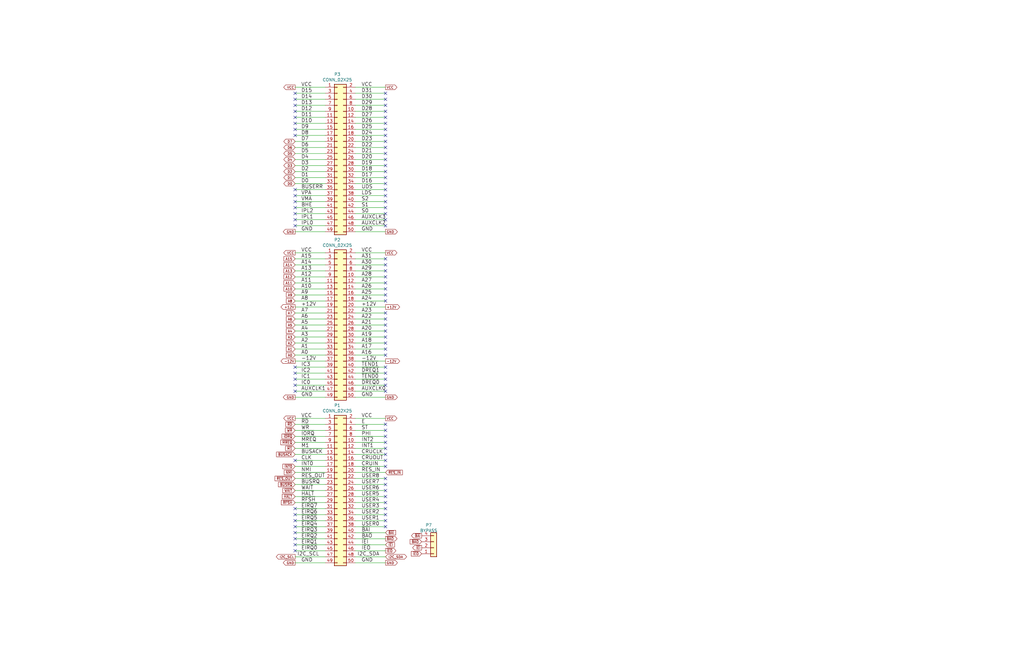
<source format=kicad_sch>
(kicad_sch (version 20211123) (generator eeschema)
  (paper "B")
  (lib_symbols
    (symbol "Connector_Generic:Conn_01x04" (pin_names (offset 1.016) hide)
      (property "Reference" "J" (at 0 5.08 0))
      (property "Value" "Conn_01x04" (at 0 -7.62 0))
      (symbol "Conn_01x04_1_1"
        (rectangle (start -1.27 -4.953) (end 0 -5.207) (stroke (width 0.1524)))
        (rectangle (start -1.27 -2.413) (end 0 -2.667) (stroke (width 0.1524)))
        (rectangle (start -1.27 0.127) (end 0 -0.127) (stroke (width 0.1524)))
        (rectangle (start -1.27 2.667) (end 0 2.413) (stroke (width 0.1524)))
        (rectangle (start -1.27 3.81) (end 1.27 -6.35) (stroke (width 0.254)) (fill (type background)))
        (pin passive line (at -5.08 2.54 0) (length 3.81) (name "Pin_1") (number "1"))
        (pin passive line (at -5.08 0 0) (length 3.81) (name "Pin_2") (number "2"))
        (pin passive line (at -5.08 -2.54 0) (length 3.81) (name "Pin_3") (number "3"))
        (pin passive line (at -5.08 -5.08 0) (length 3.81) (name "Pin_4") (number "4"))
      )
    )
    (symbol "Connector_Generic:Conn_02x25_Odd_Even" (pin_names (offset 1.016) hide)
      (property "Reference" "J" (at 1.27 33.02 0))
      (property "Value" "Conn_02x25_Odd_Even" (at 1.27 -33.02 0))
      (symbol "Conn_02x25_Odd_Even_1_1"
        (rectangle (start -1.27 -30.353) (end 0 -30.607) (stroke (width 0.1524)))
        (rectangle (start -1.27 -27.813) (end 0 -28.067) (stroke (width 0.1524)))
        (rectangle (start -1.27 -25.273) (end 0 -25.527) (stroke (width 0.1524)))
        (rectangle (start -1.27 -22.733) (end 0 -22.987) (stroke (width 0.1524)))
        (rectangle (start -1.27 -20.193) (end 0 -20.447) (stroke (width 0.1524)))
        (rectangle (start -1.27 -17.653) (end 0 -17.907) (stroke (width 0.1524)))
        (rectangle (start -1.27 -15.113) (end 0 -15.367) (stroke (width 0.1524)))
        (rectangle (start -1.27 -12.573) (end 0 -12.827) (stroke (width 0.1524)))
        (rectangle (start -1.27 -10.033) (end 0 -10.287) (stroke (width 0.1524)))
        (rectangle (start -1.27 -7.493) (end 0 -7.747) (stroke (width 0.1524)))
        (rectangle (start -1.27 -4.953) (end 0 -5.207) (stroke (width 0.1524)))
        (rectangle (start -1.27 -2.413) (end 0 -2.667) (stroke (width 0.1524)))
        (rectangle (start -1.27 0.127) (end 0 -0.127) (stroke (width 0.1524)))
        (rectangle (start -1.27 2.667) (end 0 2.413) (stroke (width 0.1524)))
        (rectangle (start -1.27 5.207) (end 0 4.953) (stroke (width 0.1524)))
        (rectangle (start -1.27 7.747) (end 0 7.493) (stroke (width 0.1524)))
        (rectangle (start -1.27 10.287) (end 0 10.033) (stroke (width 0.1524)))
        (rectangle (start -1.27 12.827) (end 0 12.573) (stroke (width 0.1524)))
        (rectangle (start -1.27 15.367) (end 0 15.113) (stroke (width 0.1524)))
        (rectangle (start -1.27 17.907) (end 0 17.653) (stroke (width 0.1524)))
        (rectangle (start -1.27 20.447) (end 0 20.193) (stroke (width 0.1524)))
        (rectangle (start -1.27 22.987) (end 0 22.733) (stroke (width 0.1524)))
        (rectangle (start -1.27 25.527) (end 0 25.273) (stroke (width 0.1524)))
        (rectangle (start -1.27 28.067) (end 0 27.813) (stroke (width 0.1524)))
        (rectangle (start -1.27 30.607) (end 0 30.353) (stroke (width 0.1524)))
        (rectangle (start -1.27 31.75) (end 3.81 -31.75) (stroke (width 0.254)) (fill (type background)))
        (rectangle (start 3.81 -30.353) (end 2.54 -30.607) (stroke (width 0.1524)))
        (rectangle (start 3.81 -27.813) (end 2.54 -28.067) (stroke (width 0.1524)))
        (rectangle (start 3.81 -25.273) (end 2.54 -25.527) (stroke (width 0.1524)))
        (rectangle (start 3.81 -22.733) (end 2.54 -22.987) (stroke (width 0.1524)))
        (rectangle (start 3.81 -20.193) (end 2.54 -20.447) (stroke (width 0.1524)))
        (rectangle (start 3.81 -17.653) (end 2.54 -17.907) (stroke (width 0.1524)))
        (rectangle (start 3.81 -15.113) (end 2.54 -15.367) (stroke (width 0.1524)))
        (rectangle (start 3.81 -12.573) (end 2.54 -12.827) (stroke (width 0.1524)))
        (rectangle (start 3.81 -10.033) (end 2.54 -10.287) (stroke (width 0.1524)))
        (rectangle (start 3.81 -7.493) (end 2.54 -7.747) (stroke (width 0.1524)))
        (rectangle (start 3.81 -4.953) (end 2.54 -5.207) (stroke (width 0.1524)))
        (rectangle (start 3.81 -2.413) (end 2.54 -2.667) (stroke (width 0.1524)))
        (rectangle (start 3.81 0.127) (end 2.54 -0.127) (stroke (width 0.1524)))
        (rectangle (start 3.81 2.667) (end 2.54 2.413) (stroke (width 0.1524)))
        (rectangle (start 3.81 5.207) (end 2.54 4.953) (stroke (width 0.1524)))
        (rectangle (start 3.81 7.747) (end 2.54 7.493) (stroke (width 0.1524)))
        (rectangle (start 3.81 10.287) (end 2.54 10.033) (stroke (width 0.1524)))
        (rectangle (start 3.81 12.827) (end 2.54 12.573) (stroke (width 0.1524)))
        (rectangle (start 3.81 15.367) (end 2.54 15.113) (stroke (width 0.1524)))
        (rectangle (start 3.81 17.907) (end 2.54 17.653) (stroke (width 0.1524)))
        (rectangle (start 3.81 20.447) (end 2.54 20.193) (stroke (width 0.1524)))
        (rectangle (start 3.81 22.987) (end 2.54 22.733) (stroke (width 0.1524)))
        (rectangle (start 3.81 25.527) (end 2.54 25.273) (stroke (width 0.1524)))
        (rectangle (start 3.81 28.067) (end 2.54 27.813) (stroke (width 0.1524)))
        (rectangle (start 3.81 30.607) (end 2.54 30.353) (stroke (width 0.1524)))
        (pin passive line (at -5.08 30.48 0) (length 3.81) (name "Pin_1") (number "1"))
        (pin passive line (at 7.62 20.32 180) (length 3.81) (name "Pin_10") (number "10"))
        (pin passive line (at -5.08 17.78 0) (length 3.81) (name "Pin_11") (number "11"))
        (pin passive line (at 7.62 17.78 180) (length 3.81) (name "Pin_12") (number "12"))
        (pin passive line (at -5.08 15.24 0) (length 3.81) (name "Pin_13") (number "13"))
        (pin passive line (at 7.62 15.24 180) (length 3.81) (name "Pin_14") (number "14"))
        (pin passive line (at -5.08 12.7 0) (length 3.81) (name "Pin_15") (number "15"))
        (pin passive line (at 7.62 12.7 180) (length 3.81) (name "Pin_16") (number "16"))
        (pin passive line (at -5.08 10.16 0) (length 3.81) (name "Pin_17") (number "17"))
        (pin passive line (at 7.62 10.16 180) (length 3.81) (name "Pin_18") (number "18"))
        (pin passive line (at -5.08 7.62 0) (length 3.81) (name "Pin_19") (number "19"))
        (pin passive line (at 7.62 30.48 180) (length 3.81) (name "Pin_2") (number "2"))
        (pin passive line (at 7.62 7.62 180) (length 3.81) (name "Pin_20") (number "20"))
        (pin passive line (at -5.08 5.08 0) (length 3.81) (name "Pin_21") (number "21"))
        (pin passive line (at 7.62 5.08 180) (length 3.81) (name "Pin_22") (number "22"))
        (pin passive line (at -5.08 2.54 0) (length 3.81) (name "Pin_23") (number "23"))
        (pin passive line (at 7.62 2.54 180) (length 3.81) (name "Pin_24") (number "24"))
        (pin passive line (at -5.08 0 0) (length 3.81) (name "Pin_25") (number "25"))
        (pin passive line (at 7.62 0 180) (length 3.81) (name "Pin_26") (number "26"))
        (pin passive line (at -5.08 -2.54 0) (length 3.81) (name "Pin_27") (number "27"))
        (pin passive line (at 7.62 -2.54 180) (length 3.81) (name "Pin_28") (number "28"))
        (pin passive line (at -5.08 -5.08 0) (length 3.81) (name "Pin_29") (number "29"))
        (pin passive line (at -5.08 27.94 0) (length 3.81) (name "Pin_3") (number "3"))
        (pin passive line (at 7.62 -5.08 180) (length 3.81) (name "Pin_30") (number "30"))
        (pin passive line (at -5.08 -7.62 0) (length 3.81) (name "Pin_31") (number "31"))
        (pin passive line (at 7.62 -7.62 180) (length 3.81) (name "Pin_32") (number "32"))
        (pin passive line (at -5.08 -10.16 0) (length 3.81) (name "Pin_33") (number "33"))
        (pin passive line (at 7.62 -10.16 180) (length 3.81) (name "Pin_34") (number "34"))
        (pin passive line (at -5.08 -12.7 0) (length 3.81) (name "Pin_35") (number "35"))
        (pin passive line (at 7.62 -12.7 180) (length 3.81) (name "Pin_36") (number "36"))
        (pin passive line (at -5.08 -15.24 0) (length 3.81) (name "Pin_37") (number "37"))
        (pin passive line (at 7.62 -15.24 180) (length 3.81) (name "Pin_38") (number "38"))
        (pin passive line (at -5.08 -17.78 0) (length 3.81) (name "Pin_39") (number "39"))
        (pin passive line (at 7.62 27.94 180) (length 3.81) (name "Pin_4") (number "4"))
        (pin passive line (at 7.62 -17.78 180) (length 3.81) (name "Pin_40") (number "40"))
        (pin passive line (at -5.08 -20.32 0) (length 3.81) (name "Pin_41") (number "41"))
        (pin passive line (at 7.62 -20.32 180) (length 3.81) (name "Pin_42") (number "42"))
        (pin passive line (at -5.08 -22.86 0) (length 3.81) (name "Pin_43") (number "43"))
        (pin passive line (at 7.62 -22.86 180) (length 3.81) (name "Pin_44") (number "44"))
        (pin passive line (at -5.08 -25.4 0) (length 3.81) (name "Pin_45") (number "45"))
        (pin passive line (at 7.62 -25.4 180) (length 3.81) (name "Pin_46") (number "46"))
        (pin passive line (at -5.08 -27.94 0) (length 3.81) (name "Pin_47") (number "47"))
        (pin passive line (at 7.62 -27.94 180) (length 3.81) (name "Pin_48") (number "48"))
        (pin passive line (at -5.08 -30.48 0) (length 3.81) (name "Pin_49") (number "49"))
        (pin passive line (at -5.08 25.4 0) (length 3.81) (name "Pin_5") (number "5"))
        (pin passive line (at 7.62 -30.48 180) (length 3.81) (name "Pin_50") (number "50"))
        (pin passive line (at 7.62 25.4 180) (length 3.81) (name "Pin_6") (number "6"))
        (pin passive line (at -5.08 22.86 0) (length 3.81) (name "Pin_7") (number "7"))
        (pin passive line (at 7.62 22.86 180) (length 3.81) (name "Pin_8") (number "8"))
        (pin passive line (at -5.08 20.32 0) (length 3.81) (name "Pin_9") (number "9"))
      )
    )
  )
  (no_connect (at 162.56 165.1))
  (no_connect (at 124.46 157.48))
  (no_connect (at 162.56 184.15))
  (no_connect (at 162.56 157.48))
  (no_connect (at 124.46 222.25))
  (no_connect (at 162.56 201.93))
  (no_connect (at 162.56 67.31))
  (no_connect (at 162.56 149.86))
  (no_connect (at 162.56 109.22))
  (no_connect (at 162.56 57.15))
  (no_connect (at 162.56 87.63))
  (no_connect (at 124.46 229.87))
  (no_connect (at 162.56 39.37))
  (no_connect (at 124.46 87.63))
  (no_connect (at 124.46 154.94))
  (no_connect (at 162.56 124.46))
  (no_connect (at 124.46 92.71))
  (no_connect (at 162.56 59.69))
  (no_connect (at 124.46 90.17))
  (no_connect (at 162.56 147.32))
  (no_connect (at 162.56 142.24))
  (no_connect (at 124.46 227.33))
  (no_connect (at 124.46 44.45))
  (no_connect (at 162.56 217.17))
  (no_connect (at 162.56 222.25))
  (no_connect (at 162.56 46.99))
  (no_connect (at 162.56 52.07))
  (no_connect (at 124.46 39.37))
  (no_connect (at 162.56 80.01))
  (no_connect (at 162.56 186.69))
  (no_connect (at 162.56 181.61))
  (no_connect (at 124.46 85.09))
  (no_connect (at 162.56 162.56))
  (no_connect (at 124.46 162.56))
  (no_connect (at 124.46 52.07))
  (no_connect (at 162.56 114.3))
  (no_connect (at 162.56 179.07))
  (no_connect (at 162.56 74.93))
  (no_connect (at 162.56 207.01))
  (no_connect (at 124.46 80.01))
  (no_connect (at 162.56 62.23))
  (no_connect (at 162.56 196.85))
  (no_connect (at 124.46 165.1))
  (no_connect (at 162.56 72.39))
  (no_connect (at 162.56 127))
  (no_connect (at 162.56 116.84))
  (no_connect (at 162.56 95.25))
  (no_connect (at 124.46 214.63))
  (no_connect (at 162.56 134.62))
  (no_connect (at 124.46 49.53))
  (no_connect (at 124.46 217.17))
  (no_connect (at 162.56 144.78))
  (no_connect (at 162.56 204.47))
  (no_connect (at 162.56 209.55))
  (no_connect (at 162.56 132.08))
  (no_connect (at 162.56 77.47))
  (no_connect (at 124.46 194.31))
  (no_connect (at 162.56 154.94))
  (no_connect (at 162.56 194.31))
  (no_connect (at 162.56 160.02))
  (no_connect (at 162.56 92.71))
  (no_connect (at 124.46 95.25))
  (no_connect (at 162.56 191.77))
  (no_connect (at 162.56 111.76))
  (no_connect (at 162.56 137.16))
  (no_connect (at 162.56 69.85))
  (no_connect (at 124.46 46.99))
  (no_connect (at 162.56 90.17))
  (no_connect (at 162.56 212.09))
  (no_connect (at 124.46 57.15))
  (no_connect (at 162.56 85.09))
  (no_connect (at 162.56 41.91))
  (no_connect (at 124.46 224.79))
  (no_connect (at 162.56 49.53))
  (no_connect (at 162.56 139.7))
  (no_connect (at 162.56 64.77))
  (no_connect (at 162.56 54.61))
  (no_connect (at 162.56 82.55))
  (no_connect (at 124.46 219.71))
  (no_connect (at 162.56 219.71))
  (no_connect (at 124.46 160.02))
  (no_connect (at 124.46 82.55))
  (no_connect (at 124.46 41.91))
  (no_connect (at 162.56 214.63))
  (no_connect (at 162.56 189.23))
  (no_connect (at 162.56 121.92))
  (no_connect (at 162.56 44.45))
  (no_connect (at 124.46 232.41))
  (no_connect (at 124.46 54.61))
  (no_connect (at 162.56 119.38))
  (wire (pts (xy 149.86 222.25) (xy 162.56 222.25)))
  (wire (pts (xy 124.46 222.25) (xy 137.16 222.25)))
  (wire (pts (xy 149.86 74.93) (xy 162.56 74.93)))
  (wire (pts (xy 124.46 52.07) (xy 137.16 52.07)))
  (wire (pts (xy 124.46 207.01) (xy 137.16 207.01)))
  (wire (pts (xy 149.86 204.47) (xy 162.56 204.47)))
  (wire (pts (xy 124.46 134.62) (xy 137.16 134.62)))
  (wire (pts (xy 124.46 46.99) (xy 137.16 46.99)))
  (wire (pts (xy 149.86 95.25) (xy 162.56 95.25)))
  (wire (pts (xy 162.56 191.77) (xy 149.86 191.77)))
  (wire (pts (xy 149.86 199.39) (xy 162.56 199.39)))
  (wire (pts (xy 149.86 207.01) (xy 162.56 207.01)))
  (wire (pts (xy 149.86 54.61) (xy 162.56 54.61)))
  (wire (pts (xy 124.46 237.49) (xy 137.16 237.49)))
  (wire (pts (xy 149.86 97.79) (xy 162.56 97.79)))
  (wire (pts (xy 124.46 64.77) (xy 137.16 64.77)))
  (wire (pts (xy 149.86 82.55) (xy 162.56 82.55)))
  (wire (pts (xy 149.86 139.7) (xy 162.56 139.7)))
  (wire (pts (xy 124.46 149.86) (xy 137.16 149.86)))
  (wire (pts (xy 137.16 157.48) (xy 124.46 157.48)))
  (wire (pts (xy 149.86 134.62) (xy 162.56 134.62)))
  (wire (pts (xy 137.16 82.55) (xy 124.46 82.55)))
  (wire (pts (xy 124.46 201.93) (xy 137.16 201.93)))
  (wire (pts (xy 149.86 77.47) (xy 162.56 77.47)))
  (wire (pts (xy 149.86 209.55) (xy 162.56 209.55)))
  (wire (pts (xy 124.46 72.39) (xy 137.16 72.39)))
  (wire (pts (xy 149.86 167.64) (xy 162.56 167.64)))
  (wire (pts (xy 124.46 147.32) (xy 137.16 147.32)))
  (wire (pts (xy 124.46 114.3) (xy 137.16 114.3)))
  (wire (pts (xy 124.46 224.79) (xy 137.16 224.79)))
  (wire (pts (xy 162.56 181.61) (xy 149.86 181.61)))
  (wire (pts (xy 124.46 132.08) (xy 137.16 132.08)))
  (wire (pts (xy 149.86 142.24) (xy 162.56 142.24)))
  (wire (pts (xy 149.86 121.92) (xy 162.56 121.92)))
  (wire (pts (xy 124.46 49.53) (xy 137.16 49.53)))
  (wire (pts (xy 124.46 196.85) (xy 137.16 196.85)))
  (wire (pts (xy 149.86 64.77) (xy 162.56 64.77)))
  (wire (pts (xy 162.56 92.71) (xy 149.86 92.71)))
  (wire (pts (xy 149.86 111.76) (xy 162.56 111.76)))
  (wire (pts (xy 124.46 39.37) (xy 137.16 39.37)))
  (wire (pts (xy 124.46 109.22) (xy 137.16 109.22)))
  (wire (pts (xy 124.46 41.91) (xy 137.16 41.91)))
  (wire (pts (xy 149.86 41.91) (xy 162.56 41.91)))
  (wire (pts (xy 124.46 57.15) (xy 137.16 57.15)))
  (wire (pts (xy 149.86 127) (xy 162.56 127)))
  (wire (pts (xy 149.86 144.78) (xy 162.56 144.78)))
  (wire (pts (xy 124.46 74.93) (xy 137.16 74.93)))
  (wire (pts (xy 124.46 189.23) (xy 137.16 189.23)))
  (wire (pts (xy 124.46 62.23) (xy 137.16 62.23)))
  (wire (pts (xy 124.46 59.69) (xy 137.16 59.69)))
  (wire (pts (xy 124.46 219.71) (xy 137.16 219.71)))
  (wire (pts (xy 149.86 201.93) (xy 162.56 201.93)))
  (wire (pts (xy 149.86 57.15) (xy 162.56 57.15)))
  (wire (pts (xy 149.86 85.09) (xy 162.56 85.09)))
  (wire (pts (xy 149.86 59.69) (xy 162.56 59.69)))
  (wire (pts (xy 149.86 217.17) (xy 162.56 217.17)))
  (wire (pts (xy 149.86 80.01) (xy 162.56 80.01)))
  (wire (pts (xy 137.16 87.63) (xy 124.46 87.63)))
  (wire (pts (xy 124.46 119.38) (xy 137.16 119.38)))
  (wire (pts (xy 149.86 67.31) (xy 162.56 67.31)))
  (wire (pts (xy 124.46 44.45) (xy 137.16 44.45)))
  (wire (pts (xy 149.86 194.31) (xy 162.56 194.31)))
  (wire (pts (xy 149.86 176.53) (xy 162.56 176.53)))
  (wire (pts (xy 149.86 154.94) (xy 162.56 154.94)))
  (wire (pts (xy 124.46 191.77) (xy 137.16 191.77)))
  (wire (pts (xy 149.86 219.71) (xy 162.56 219.71)))
  (wire (pts (xy 124.46 199.39) (xy 137.16 199.39)))
  (wire (pts (xy 124.46 176.53) (xy 137.16 176.53)))
  (wire (pts (xy 162.56 232.41) (xy 149.86 232.41)))
  (wire (pts (xy 149.86 152.4) (xy 162.56 152.4)))
  (wire (pts (xy 149.86 132.08) (xy 162.56 132.08)))
  (wire (pts (xy 149.86 90.17) (xy 162.56 90.17)))
  (wire (pts (xy 124.46 209.55) (xy 137.16 209.55)))
  (wire (pts (xy 124.46 116.84) (xy 137.16 116.84)))
  (wire (pts (xy 124.46 142.24) (xy 137.16 142.24)))
  (wire (pts (xy 162.56 189.23) (xy 149.86 189.23)))
  (wire (pts (xy 149.86 106.68) (xy 162.56 106.68)))
  (wire (pts (xy 149.86 119.38) (xy 162.56 119.38)))
  (wire (pts (xy 124.46 184.15) (xy 137.16 184.15)))
  (wire (pts (xy 162.56 179.07) (xy 149.86 179.07)))
  (wire (pts (xy 124.46 167.64) (xy 137.16 167.64)))
  (wire (pts (xy 124.46 217.17) (xy 137.16 217.17)))
  (wire (pts (xy 149.86 44.45) (xy 162.56 44.45)))
  (wire (pts (xy 124.46 194.31) (xy 137.16 194.31)))
  (wire (pts (xy 149.86 147.32) (xy 162.56 147.32)))
  (wire (pts (xy 124.46 232.41) (xy 137.16 232.41)))
  (wire (pts (xy 124.46 179.07) (xy 137.16 179.07)))
  (wire (pts (xy 162.56 186.69) (xy 149.86 186.69)))
  (wire (pts (xy 149.86 162.56) (xy 162.56 162.56)))
  (wire (pts (xy 124.46 127) (xy 137.16 127)))
  (wire (pts (xy 124.46 227.33) (xy 137.16 227.33)))
  (wire (pts (xy 149.86 237.49) (xy 162.56 237.49)))
  (wire (pts (xy 149.86 62.23) (xy 162.56 62.23)))
  (wire (pts (xy 124.46 124.46) (xy 137.16 124.46)))
  (wire (pts (xy 149.86 46.99) (xy 162.56 46.99)))
  (wire (pts (xy 149.86 69.85) (xy 162.56 69.85)))
  (wire (pts (xy 149.86 149.86) (xy 162.56 149.86)))
  (wire (pts (xy 124.46 54.61) (xy 137.16 54.61)))
  (wire (pts (xy 149.86 160.02) (xy 162.56 160.02)))
  (wire (pts (xy 149.86 72.39) (xy 162.56 72.39)))
  (wire (pts (xy 149.86 87.63) (xy 162.56 87.63)))
  (wire (pts (xy 137.16 80.01) (xy 124.46 80.01)))
  (wire (pts (xy 137.16 154.94) (xy 124.46 154.94)))
  (wire (pts (xy 149.86 137.16) (xy 162.56 137.16)))
  (wire (pts (xy 149.86 36.83) (xy 162.56 36.83)))
  (wire (pts (xy 137.16 85.09) (xy 124.46 85.09)))
  (wire (pts (xy 149.86 196.85) (xy 162.56 196.85)))
  (wire (pts (xy 149.86 109.22) (xy 162.56 109.22)))
  (wire (pts (xy 162.56 229.87) (xy 149.86 229.87)))
  (wire (pts (xy 149.86 49.53) (xy 162.56 49.53)))
  (wire (pts (xy 124.46 121.92) (xy 137.16 121.92)))
  (wire (pts (xy 162.56 234.95) (xy 149.86 234.95)))
  (wire (pts (xy 149.86 129.54) (xy 162.56 129.54)))
  (wire (pts (xy 149.86 214.63) (xy 162.56 214.63)))
  (wire (pts (xy 162.56 227.33) (xy 149.86 227.33)))
  (wire (pts (xy 124.46 165.1) (xy 137.16 165.1)))
  (wire (pts (xy 124.46 69.85) (xy 137.16 69.85)))
  (wire (pts (xy 124.46 139.7) (xy 137.16 139.7)))
  (wire (pts (xy 124.46 106.68) (xy 137.16 106.68)))
  (wire (pts (xy 124.46 129.54) (xy 137.16 129.54)))
  (wire (pts (xy 124.46 186.69) (xy 137.16 186.69)))
  (wire (pts (xy 149.86 114.3) (xy 162.56 114.3)))
  (wire (pts (xy 124.46 212.09) (xy 137.16 212.09)))
  (wire (pts (xy 124.46 214.63) (xy 137.16 214.63)))
  (wire (pts (xy 124.46 152.4) (xy 137.16 152.4)))
  (wire (pts (xy 124.46 36.83) (xy 137.16 36.83)))
  (wire (pts (xy 124.46 144.78) (xy 137.16 144.78)))
  (wire (pts (xy 149.86 165.1) (xy 162.56 165.1)))
  (wire (pts (xy 124.46 97.79) (xy 137.16 97.79)))
  (wire (pts (xy 162.56 224.79) (xy 149.86 224.79)))
  (wire (pts (xy 137.16 95.25) (xy 124.46 95.25)))
  (wire (pts (xy 149.86 39.37) (xy 162.56 39.37)))
  (wire (pts (xy 124.46 229.87) (xy 137.16 229.87)))
  (wire (pts (xy 137.16 162.56) (xy 124.46 162.56)))
  (wire (pts (xy 162.56 184.15) (xy 149.86 184.15)))
  (wire (pts (xy 124.46 111.76) (xy 137.16 111.76)))
  (wire (pts (xy 149.86 124.46) (xy 162.56 124.46)))
  (wire (pts (xy 124.46 77.47) (xy 137.16 77.47)))
  (wire (pts (xy 124.46 137.16) (xy 137.16 137.16)))
  (wire (pts (xy 124.46 67.31) (xy 137.16 67.31)))
  (wire (pts (xy 137.16 234.95) (xy 124.46 234.95)))
  (wire (pts (xy 149.86 157.48) (xy 162.56 157.48)))
  (wire (pts (xy 137.16 90.17) (xy 124.46 90.17)))
  (wire (pts (xy 149.86 212.09) (xy 162.56 212.09)))
  (wire (pts (xy 124.46 204.47) (xy 137.16 204.47)))
  (wire (pts (xy 137.16 92.71) (xy 124.46 92.71)))
  (wire (pts (xy 149.86 116.84) (xy 162.56 116.84)))
  (wire (pts (xy 137.16 160.02) (xy 124.46 160.02)))
  (wire (pts (xy 149.86 52.07) (xy 162.56 52.07)))
  (wire (pts (xy 124.46 181.61) (xy 137.16 181.61)))
  (label "A7" (at 127 132.08 0) (effects (font (size 1.524 1.524))))
  (label "VCC" (at 127 176.53 0) (effects (font (size 1.524 1.524))))
  (label "~{BHE}" (at 127 87.63 0) (effects (font (size 1.524 1.524))))
  (label "D4" (at 127 67.31 0) (effects (font (size 1.524 1.524))))
  (label "A5" (at 127 137.16 0) (effects (font (size 1.524 1.524))))
  (label "~{RES_OUT}" (at 127 201.93 0) (effects (font (size 1.524 1.524))))
  (label "IPL1" (at 127 92.71 0) (effects (font (size 1.524 1.524))))
  (label "UDS" (at 152.4 80.01 0) (effects (font (size 1.524 1.524))))
  (label "~{INT2}" (at 152.4 186.69 0) (effects (font (size 1.524 1.524))))
  (label "VCC" (at 152.4 176.53 0) (effects (font (size 1.524 1.524))))
  (label "IC2" (at 127 157.48 0) (effects (font (size 1.524 1.524))))
  (label "USER0" (at 152.4 222.25 0) (effects (font (size 1.524 1.524))))
  (label "VCC" (at 152.4 36.83 0) (effects (font (size 1.524 1.524))))
  (label "A9" (at 127 124.46 0) (effects (font (size 1.524 1.524))))
  (label "D9" (at 127 54.61 0) (effects (font (size 1.524 1.524))))
  (label "GND" (at 152.4 97.79 0) (effects (font (size 1.524 1.524))))
  (label "D23" (at 152.4 59.69 0) (effects (font (size 1.524 1.524))))
  (label "D15" (at 127 39.37 0) (effects (font (size 1.524 1.524))))
  (label "~{IEI}" (at 152.4 229.87 0) (effects (font (size 1.524 1.524))))
  (label "A6" (at 127 134.62 0) (effects (font (size 1.524 1.524))))
  (label "D0" (at 127 77.47 0) (effects (font (size 1.524 1.524))))
  (label "GND" (at 127 237.49 0) (effects (font (size 1.524 1.524))))
  (label "IPL0" (at 127 95.25 0) (effects (font (size 1.524 1.524))))
  (label "D16" (at 152.4 77.47 0) (effects (font (size 1.524 1.524))))
  (label "~{VPA}" (at 127 82.55 0) (effects (font (size 1.524 1.524))))
  (label "I2C_SCL" (at 134.62 234.95 180) (effects (font (size 1.524 1.524))))
  (label "~{NMI}" (at 127 199.39 0) (effects (font (size 1.524 1.524))))
  (label "~{MREQ}" (at 127 186.69 0) (effects (font (size 1.524 1.524))))
  (label "USER6" (at 152.4 207.01 0) (effects (font (size 1.524 1.524))))
  (label "A3" (at 127 142.24 0) (effects (font (size 1.524 1.524))))
  (label "A4" (at 127 139.7 0) (effects (font (size 1.524 1.524))))
  (label "A23" (at 152.4 132.08 0) (effects (font (size 1.524 1.524))))
  (label "D25" (at 152.4 54.61 0) (effects (font (size 1.524 1.524))))
  (label "D7" (at 127 59.69 0) (effects (font (size 1.524 1.524))))
  (label "VCC" (at 152.4 106.68 0) (effects (font (size 1.524 1.524))))
  (label "+12V" (at 152.4 129.54 0) (effects (font (size 1.524 1.524))))
  (label "~{BAO}" (at 152.4 227.33 0) (effects (font (size 1.524 1.524))))
  (label "A14" (at 127 111.76 0) (effects (font (size 1.524 1.524))))
  (label "GND" (at 152.4 167.64 0) (effects (font (size 1.524 1.524))))
  (label "D26" (at 152.4 52.07 0) (effects (font (size 1.524 1.524))))
  (label "D6" (at 127 62.23 0) (effects (font (size 1.524 1.524))))
  (label "~{INT0}" (at 127 196.85 0) (effects (font (size 1.524 1.524))))
  (label "S0" (at 152.4 90.17 0) (effects (font (size 1.524 1.524))))
  (label "A24" (at 152.4 127 0) (effects (font (size 1.524 1.524))))
  (label "A28" (at 152.4 116.84 0) (effects (font (size 1.524 1.524))))
  (label "A20" (at 152.4 139.7 0) (effects (font (size 1.524 1.524))))
  (label "~{RD}" (at 127 179.07 0) (effects (font (size 1.524 1.524))))
  (label "A21" (at 152.4 137.16 0) (effects (font (size 1.524 1.524))))
  (label "A29" (at 152.4 114.3 0) (effects (font (size 1.524 1.524))))
  (label "AUXCLK3" (at 152.4 92.71 0) (effects (font (size 1.524 1.524))))
  (label "~{DREQ1}" (at 152.4 157.48 0) (effects (font (size 1.524 1.524))))
  (label "D13" (at 127 44.45 0) (effects (font (size 1.524 1.524))))
  (label "~{EIRQ0}" (at 127 232.41 0) (effects (font (size 1.524 1.524))))
  (label "A1" (at 127 147.32 0) (effects (font (size 1.524 1.524))))
  (label "VCC" (at 127 106.68 0) (effects (font (size 1.524 1.524))))
  (label "A8" (at 127 127 0) (effects (font (size 1.524 1.524))))
  (label "A25" (at 152.4 124.46 0) (effects (font (size 1.524 1.524))))
  (label "A13" (at 127 114.3 0) (effects (font (size 1.524 1.524))))
  (label "+12V" (at 127 129.54 0) (effects (font (size 1.524 1.524))))
  (label "D18" (at 152.4 72.39 0) (effects (font (size 1.524 1.524))))
  (label "D24" (at 152.4 57.15 0) (effects (font (size 1.524 1.524))))
  (label "~{M1}" (at 127 189.23 0) (effects (font (size 1.524 1.524))))
  (label "~{RFSH}" (at 127 212.09 0) (effects (font (size 1.524 1.524))))
  (label "USER4" (at 152.4 212.09 0) (effects (font (size 1.524 1.524))))
  (label "PHI" (at 152.4 184.15 0) (effects (font (size 1.524 1.524))))
  (label "~{BUSERR}" (at 127 80.01 0) (effects (font (size 1.524 1.524))))
  (label "AUXCLK0" (at 152.4 165.1 0) (effects (font (size 1.524 1.524))))
  (label "~{IEO}" (at 152.4 232.41 0) (effects (font (size 1.524 1.524))))
  (label "~{HALT}" (at 127 209.55 0) (effects (font (size 1.524 1.524))))
  (label "I2C_SDA" (at 160.02 234.95 180) (effects (font (size 1.524 1.524))))
  (label "USER8" (at 152.4 201.93 0) (effects (font (size 1.524 1.524))))
  (label "~{EIRQ4}" (at 127 222.25 0) (effects (font (size 1.524 1.524))))
  (label "A16" (at 152.4 149.86 0) (effects (font (size 1.524 1.524))))
  (label "A2" (at 127 144.78 0) (effects (font (size 1.524 1.524))))
  (label "A31" (at 152.4 109.22 0) (effects (font (size 1.524 1.524))))
  (label "~{TEND1}" (at 152.4 154.94 0) (effects (font (size 1.524 1.524))))
  (label "AUXCLK1" (at 127 165.1 0) (effects (font (size 1.524 1.524))))
  (label "D3" (at 127 69.85 0) (effects (font (size 1.524 1.524))))
  (label "D19" (at 152.4 69.85 0) (effects (font (size 1.524 1.524))))
  (label "~{WR}" (at 127 181.61 0) (effects (font (size 1.524 1.524))))
  (label "A10" (at 127 121.92 0) (effects (font (size 1.524 1.524))))
  (label "E" (at 152.4 179.07 0) (effects (font (size 1.524 1.524))))
  (label "ST" (at 152.4 181.61 0) (effects (font (size 1.524 1.524))))
  (label "A18" (at 152.4 144.78 0) (effects (font (size 1.524 1.524))))
  (label "A15" (at 127 109.22 0) (effects (font (size 1.524 1.524))))
  (label "A0" (at 127 149.86 0) (effects (font (size 1.524 1.524))))
  (label "LDS" (at 152.4 82.55 0) (effects (font (size 1.524 1.524))))
  (label "D12" (at 127 46.99 0) (effects (font (size 1.524 1.524))))
  (label "IC1" (at 127 160.02 0) (effects (font (size 1.524 1.524))))
  (label "~{BUSACK}" (at 127 191.77 0) (effects (font (size 1.524 1.524))))
  (label "A19" (at 152.4 142.24 0) (effects (font (size 1.524 1.524))))
  (label "AUXCLK2" (at 152.4 95.25 0) (effects (font (size 1.524 1.524))))
  (label "GND" (at 152.4 237.49 0) (effects (font (size 1.524 1.524))))
  (label "D1" (at 127 74.93 0) (effects (font (size 1.524 1.524))))
  (label "S1" (at 152.4 87.63 0) (effects (font (size 1.524 1.524))))
  (label "~{WAIT}" (at 127 207.01 0) (effects (font (size 1.524 1.524))))
  (label "~{EIRQ2}" (at 127 227.33 0) (effects (font (size 1.524 1.524))))
  (label "CRUIN" (at 152.4 196.85 0) (effects (font (size 1.524 1.524))))
  (label "-12V" (at 127 152.4 0) (effects (font (size 1.524 1.524))))
  (label "D22" (at 152.4 62.23 0) (effects (font (size 1.524 1.524))))
  (label "~{IORQ}" (at 127 184.15 0) (effects (font (size 1.524 1.524))))
  (label "~{EIRQ5}" (at 127 219.71 0) (effects (font (size 1.524 1.524))))
  (label "CRUCLK" (at 152.4 191.77 0) (effects (font (size 1.524 1.524))))
  (label "D8" (at 127 57.15 0) (effects (font (size 1.524 1.524))))
  (label "D14" (at 127 41.91 0) (effects (font (size 1.524 1.524))))
  (label "D11" (at 127 49.53 0) (effects (font (size 1.524 1.524))))
  (label "A17" (at 152.4 147.32 0) (effects (font (size 1.524 1.524))))
  (label "A26" (at 152.4 121.92 0) (effects (font (size 1.524 1.524))))
  (label "A12" (at 127 116.84 0) (effects (font (size 1.524 1.524))))
  (label "~{INT1}" (at 152.4 189.23 0) (effects (font (size 1.524 1.524))))
  (label "~{EIRQ6}" (at 127 217.17 0) (effects (font (size 1.524 1.524))))
  (label "CLK" (at 127 194.31 0) (effects (font (size 1.524 1.524))))
  (label "S2" (at 152.4 85.09 0) (effects (font (size 1.524 1.524))))
  (label "D30" (at 152.4 41.91 0) (effects (font (size 1.524 1.524))))
  (label "A30" (at 152.4 111.76 0) (effects (font (size 1.524 1.524))))
  (label "~{RES_IN}" (at 152.4 199.39 0) (effects (font (size 1.524 1.524))))
  (label "D31" (at 152.4 39.37 0) (effects (font (size 1.524 1.524))))
  (label "D28" (at 152.4 46.99 0) (effects (font (size 1.524 1.524))))
  (label "D2" (at 127 72.39 0) (effects (font (size 1.524 1.524))))
  (label "D29" (at 152.4 44.45 0) (effects (font (size 1.524 1.524))))
  (label "USER5" (at 152.4 209.55 0) (effects (font (size 1.524 1.524))))
  (label "~{BUSRQ}" (at 127 204.47 0) (effects (font (size 1.524 1.524))))
  (label "GND" (at 127 167.64 0) (effects (font (size 1.524 1.524))))
  (label "~{EIRQ1}" (at 127 229.87 0) (effects (font (size 1.524 1.524))))
  (label "A27" (at 152.4 119.38 0) (effects (font (size 1.524 1.524))))
  (label "~{DREQ0}" (at 152.4 162.56 0) (effects (font (size 1.524 1.524))))
  (label "-12V" (at 152.4 152.4 0) (effects (font (size 1.524 1.524))))
  (label "IC3" (at 127 154.94 0) (effects (font (size 1.524 1.524))))
  (label "D27" (at 152.4 49.53 0) (effects (font (size 1.524 1.524))))
  (label "USER7" (at 152.4 204.47 0) (effects (font (size 1.524 1.524))))
  (label "D10" (at 127 52.07 0) (effects (font (size 1.524 1.524))))
  (label "D21" (at 152.4 64.77 0) (effects (font (size 1.524 1.524))))
  (label "~{VMA}" (at 127 85.09 0) (effects (font (size 1.524 1.524))))
  (label "D17" (at 152.4 74.93 0) (effects (font (size 1.524 1.524))))
  (label "A22" (at 152.4 134.62 0) (effects (font (size 1.524 1.524))))
  (label "~{BAI}" (at 152.4 224.79 0) (effects (font (size 1.524 1.524))))
  (label "USER2" (at 152.4 217.17 0) (effects (font (size 1.524 1.524))))
  (label "VCC" (at 127 36.83 0) (effects (font (size 1.524 1.524))))
  (label "CRUOUT" (at 152.4 194.31 0) (effects (font (size 1.524 1.524))))
  (label "GND" (at 127 97.79 0) (effects (font (size 1.524 1.524))))
  (label "D20" (at 152.4 67.31 0) (effects (font (size 1.524 1.524))))
  (label "~{TEND0}" (at 152.4 160.02 0) (effects (font (size 1.524 1.524))))
  (label "~{EIRQ3}" (at 127 224.79 0) (effects (font (size 1.524 1.524))))
  (label "~{EIRQ7}" (at 127 214.63 0) (effects (font (size 1.524 1.524))))
  (label "USER3" (at 152.4 214.63 0) (effects (font (size 1.524 1.524))))
  (label "IPL2" (at 127 90.17 0) (effects (font (size 1.524 1.524))))
  (label "A11" (at 127 119.38 0) (effects (font (size 1.524 1.524))))
  (label "D5" (at 127 64.77 0) (effects (font (size 1.524 1.524))))
  (label "IC0" (at 127 162.56 0) (effects (font (size 1.524 1.524))))
  (label "USER1" (at 152.4 219.71 0) (effects (font (size 1.524 1.524))))
  (global_label "GND" (shape output) (at 124.46 97.79 180) (effects (font (size 1.016 1.016))) (property "Intersheet References" "${INTERSHEET_REFS}" (effects hide)))
  (global_label "VCC" (shape output) (at 124.46 176.53 180) (effects (font (size 1.016 1.016))) (property "Intersheet References" "${INTERSHEET_REFS}" (effects hide)))
  (global_label "A13" (shape input) (at 124.46 114.3 180) (effects (font (size 1.016 1.016))) (property "Intersheet References" "${INTERSHEET_REFS}" (effects hide)))
  (global_label "GND" (shape output) (at 162.56 97.79 0) (effects (font (size 1.016 1.016))) (property "Intersheet References" "${INTERSHEET_REFS}" (effects hide)))
  (global_label "~{BAI}" (shape input) (at 162.56 224.79 0) (effects (font (size 1.016 1.016))) (property "Intersheet References" "${INTERSHEET_REFS}" (effects hide)))
  (global_label "VCC" (shape output) (at 124.46 36.83 180) (effects (font (size 1.016 1.016))) (property "Intersheet References" "${INTERSHEET_REFS}" (effects hide)))
  (global_label "A0" (shape input) (at 124.46 149.86 180) (effects (font (size 1.016 1.016))) (property "Intersheet References" "${INTERSHEET_REFS}" (effects hide)))
  (global_label "~{NMI}" (shape input) (at 124.46 199.39 180) (effects (font (size 1.016 1.016))) (property "Intersheet References" "${INTERSHEET_REFS}" (effects hide)))
  (global_label "+12V" (shape output) (at 124.46 129.54 180) (effects (font (size 1.016 1.016))) (property "Intersheet References" "${INTERSHEET_REFS}" (effects hide)))
  (global_label "D7" (shape bidirectional) (at 124.46 59.69 180) (effects (font (size 1.016 1.016))) (property "Intersheet References" "${INTERSHEET_REFS}" (effects hide)))
  (global_label "~{HALT}" (shape input) (at 124.46 209.55 180) (effects (font (size 1.016 1.016))) (property "Intersheet References" "${INTERSHEET_REFS}" (effects hide)))
  (global_label "A4" (shape input) (at 124.46 139.7 180) (effects (font (size 1.016 1.016))) (property "Intersheet References" "${INTERSHEET_REFS}" (effects hide)))
  (global_label "~{MREQ}" (shape input) (at 124.46 186.69 180) (effects (font (size 1.016 1.016))) (property "Intersheet References" "${INTERSHEET_REFS}" (effects hide)))
  (global_label "A5" (shape input) (at 124.46 137.16 180) (effects (font (size 1.016 1.016))) (property "Intersheet References" "${INTERSHEET_REFS}" (effects hide)))
  (global_label "~{RFSH}" (shape input) (at 124.46 212.09 180) (effects (font (size 1.016 1.016))) (property "Intersheet References" "${INTERSHEET_REFS}" (effects hide)))
  (global_label "~{BAO}" (shape input) (at 177.8 228.6 180) (effects (font (size 1.016 1.016))) (property "Intersheet References" "${INTERSHEET_REFS}" (effects hide)))
  (global_label "A10" (shape input) (at 124.46 121.92 180) (effects (font (size 1.016 1.016))) (property "Intersheet References" "${INTERSHEET_REFS}" (effects hide)))
  (global_label "~{WR}" (shape input) (at 124.46 181.61 180) (effects (font (size 1.016 1.016))) (property "Intersheet References" "${INTERSHEET_REFS}" (effects hide)))
  (global_label "~{IEI}" (shape output) (at 177.8 231.14 180) (effects (font (size 1.016 1.016))) (property "Intersheet References" "${INTERSHEET_REFS}" (effects hide)))
  (global_label "+12V" (shape output) (at 162.56 129.54 0) (effects (font (size 1.016 1.016))) (property "Intersheet References" "${INTERSHEET_REFS}" (effects hide)))
  (global_label "GND" (shape output) (at 124.46 167.64 180) (effects (font (size 1.016 1.016))) (property "Intersheet References" "${INTERSHEET_REFS}" (effects hide)))
  (global_label "A3" (shape input) (at 124.46 142.24 180) (effects (font (size 1.016 1.016))) (property "Intersheet References" "${INTERSHEET_REFS}" (effects hide)))
  (global_label "A14" (shape input) (at 124.46 111.76 180) (effects (font (size 1.016 1.016))) (property "Intersheet References" "${INTERSHEET_REFS}" (effects hide)))
  (global_label "~{RD}" (shape input) (at 124.46 179.07 180) (effects (font (size 1.016 1.016))) (property "Intersheet References" "${INTERSHEET_REFS}" (effects hide)))
  (global_label "~{RES_IN}" (shape input) (at 162.56 199.39 0) (effects (font (size 1.016 1.016))) (property "Intersheet References" "${INTERSHEET_REFS}" (effects hide)))
  (global_label "A11" (shape input) (at 124.46 119.38 180) (effects (font (size 1.016 1.016))) (property "Intersheet References" "${INTERSHEET_REFS}" (effects hide)))
  (global_label "-12V" (shape output) (at 162.56 152.4 0) (effects (font (size 1.016 1.016))) (property "Intersheet References" "${INTERSHEET_REFS}" (effects hide)))
  (global_label "~{IEO}" (shape output) (at 162.56 232.41 0) (effects (font (size 1.016 1.016))) (property "Intersheet References" "${INTERSHEET_REFS}" (effects hide)))
  (global_label "A2" (shape input) (at 124.46 144.78 180) (effects (font (size 1.016 1.016))) (property "Intersheet References" "${INTERSHEET_REFS}" (effects hide)))
  (global_label "~{INT0}" (shape input) (at 124.46 196.85 180) (effects (font (size 1.016 1.016))) (property "Intersheet References" "${INTERSHEET_REFS}" (effects hide)))
  (global_label "~{RES_OUT}" (shape input) (at 124.46 201.93 180) (effects (font (size 1.016 1.016))) (property "Intersheet References" "${INTERSHEET_REFS}" (effects hide)))
  (global_label "VCC" (shape output) (at 124.46 106.68 180) (effects (font (size 1.016 1.016))) (property "Intersheet References" "${INTERSHEET_REFS}" (effects hide)))
  (global_label "~{BUSACK}" (shape input) (at 124.46 191.77 180) (effects (font (size 1.016 1.016))) (property "Intersheet References" "${INTERSHEET_REFS}" (effects hide)))
  (global_label "D2" (shape bidirectional) (at 124.46 72.39 180) (effects (font (size 1.016 1.016))) (property "Intersheet References" "${INTERSHEET_REFS}" (effects hide)))
  (global_label "A1" (shape input) (at 124.46 147.32 180) (effects (font (size 1.016 1.016))) (property "Intersheet References" "${INTERSHEET_REFS}" (effects hide)))
  (global_label "~{IORQ}" (shape input) (at 124.46 184.15 180) (effects (font (size 1.016 1.016))) (property "Intersheet References" "${INTERSHEET_REFS}" (effects hide)))
  (global_label "GND" (shape output) (at 162.56 167.64 0) (effects (font (size 1.016 1.016))) (property "Intersheet References" "${INTERSHEET_REFS}" (effects hide)))
  (global_label "A8" (shape input) (at 124.46 127 180) (effects (font (size 1.016 1.016))) (property "Intersheet References" "${INTERSHEET_REFS}" (effects hide)))
  (global_label "~{M1}" (shape input) (at 124.46 189.23 180) (effects (font (size 1.016 1.016))) (property "Intersheet References" "${INTERSHEET_REFS}" (effects hide)))
  (global_label "D0" (shape bidirectional) (at 124.46 77.47 180) (effects (font (size 1.016 1.016))) (property "Intersheet References" "${INTERSHEET_REFS}" (effects hide)))
  (global_label "I2C_SCL" (shape output) (at 124.46 234.95 180) (effects (font (size 1.016 1.016))) (property "Intersheet References" "${INTERSHEET_REFS}" (effects hide)))
  (global_label "A12" (shape input) (at 124.46 116.84 180) (effects (font (size 1.016 1.016))) (property "Intersheet References" "${INTERSHEET_REFS}" (effects hide)))
  (global_label "D1" (shape bidirectional) (at 124.46 74.93 180) (effects (font (size 1.016 1.016))) (property "Intersheet References" "${INTERSHEET_REFS}" (effects hide)))
  (global_label "VCC" (shape output) (at 162.56 106.68 0) (effects (font (size 1.016 1.016))) (property "Intersheet References" "${INTERSHEET_REFS}" (effects hide)))
  (global_label "~{WAIT}" (shape input) (at 124.46 207.01 180) (effects (font (size 1.016 1.016))) (property "Intersheet References" "${INTERSHEET_REFS}" (effects hide)))
  (global_label "D4" (shape bidirectional) (at 124.46 67.31 180) (effects (font (size 1.016 1.016))) (property "Intersheet References" "${INTERSHEET_REFS}" (effects hide)))
  (global_label "D3" (shape bidirectional) (at 124.46 69.85 180) (effects (font (size 1.016 1.016))) (property "Intersheet References" "${INTERSHEET_REFS}" (effects hide)))
  (global_label "I2C_SDA" (shape bidirectional) (at 162.56 234.95 0) (effects (font (size 1.016 1.016))) (property "Intersheet References" "${INTERSHEET_REFS}" (effects hide)))
  (global_label "-12V" (shape output) (at 124.46 152.4 180) (effects (font (size 1.016 1.016))) (property "Intersheet References" "${INTERSHEET_REFS}" (effects hide)))
  (global_label "VCC" (shape output) (at 162.56 176.53 0) (effects (font (size 1.016 1.016))) (property "Intersheet References" "${INTERSHEET_REFS}" (effects hide)))
  (global_label "~{IEO}" (shape input) (at 177.8 233.68 180) (effects (font (size 1.016 1.016))) (property "Intersheet References" "${INTERSHEET_REFS}" (effects hide)))
  (global_label "~{BUSRQ}" (shape input) (at 124.46 204.47 180) (effects (font (size 1.016 1.016))) (property "Intersheet References" "${INTERSHEET_REFS}" (effects hide)))
  (global_label "VCC" (shape output) (at 162.56 36.83 0) (effects (font (size 1.016 1.016))) (property "Intersheet References" "${INTERSHEET_REFS}" (effects hide)))
  (global_label "A9" (shape input) (at 124.46 124.46 180) (effects (font (size 1.016 1.016))) (property "Intersheet References" "${INTERSHEET_REFS}" (effects hide)))
  (global_label "~{BAO}" (shape output) (at 162.56 227.33 0) (effects (font (size 1.016 1.016))) (property "Intersheet References" "${INTERSHEET_REFS}" (effects hide)))
  (global_label "D5" (shape bidirectional) (at 124.46 64.77 180) (effects (font (size 1.016 1.016))) (property "Intersheet References" "${INTERSHEET_REFS}" (effects hide)))
  (global_label "GND" (shape output) (at 124.46 237.49 180) (effects (font (size 1.016 1.016))) (property "Intersheet References" "${INTERSHEET_REFS}" (effects hide)))
  (global_label "A15" (shape input) (at 124.46 109.22 180) (effects (font (size 1.016 1.016))) (property "Intersheet References" "${INTERSHEET_REFS}" (effects hide)))
  (global_label "A6" (shape input) (at 124.46 134.62 180) (effects (font (size 1.016 1.016))) (property "Intersheet References" "${INTERSHEET_REFS}" (effects hide)))
  (global_label "~{BAI}" (shape output) (at 177.8 226.06 180) (effects (font (size 1.016 1.016))) (property "Intersheet References" "${INTERSHEET_REFS}" (effects hide)))
  (global_label "~{IEI}" (shape input) (at 162.56 229.87 0) (effects (font (size 1.016 1.016))) (property "Intersheet References" "${INTERSHEET_REFS}" (effects hide)))
  (global_label "D6" (shape bidirectional) (at 124.46 62.23 180) (effects (font (size 1.016 1.016))) (property "Intersheet References" "${INTERSHEET_REFS}" (effects hide)))
  (global_label "GND" (shape output) (at 162.56 237.49 0) (effects (font (size 1.016 1.016))) (property "Intersheet References" "${INTERSHEET_REFS}" (effects hide)))
  (global_label "A7" (shape input) (at 124.46 132.08 180) (effects (font (size 1.016 1.016))) (property "Intersheet References" "${INTERSHEET_REFS}" (effects hide)))
  (symbol (lib_id "Connector_Generic:Conn_01x04") (at 182.88 231.14 0) (mirror x) (unit 1)
    (property "Reference" "P7" (at 180.7718 221.615 0))
    (property "Value" "BYPASS" (at 180.7718 223.9264 0))
    (property "Footprint" "Connector_PinHeader_2.54mm:PinHeader_1x04_P2.54mm_Vertical" (effects hide))
  )
  (symbol (lib_id "Connector_Generic:Conn_02x25_Odd_Even") (at 142.24 207.01 0) (unit 1)
    (property "Reference" "P1" (at 142.24 171.069 0))
    (property "Value" "CONN_02X25" (at 142.24 173.3804 0))
    (property "Footprint" "Connector_IDC:IDC-Header_2x25_P2.54mm_Horizontal" (effects hide))
  )
  (symbol (lib_id "Connector_Generic:Conn_02x25_Odd_Even") (at 142.24 137.16 0) (unit 1)
    (property "Reference" "P2" (at 142.24 101.219 0))
    (property "Value" "CONN_02X25" (at 142.24 103.5304 0))
    (property "Footprint" "Connector_IDC:IDC-Header_2x25_P2.54mm_Horizontal" (effects hide))
  )
  (symbol (lib_id "Connector_Generic:Conn_02x25_Odd_Even") (at 142.24 67.31 0) (unit 1)
    (property "Reference" "P3" (at 142.24 31.369 0))
    (property "Value" "CONN_02X25" (at 142.24 33.6804 0))
    (property "Footprint" "Connector_IDC:IDC-Header_2x25_P2.54mm_Horizontal" (effects hide))
  )
)
</source>
